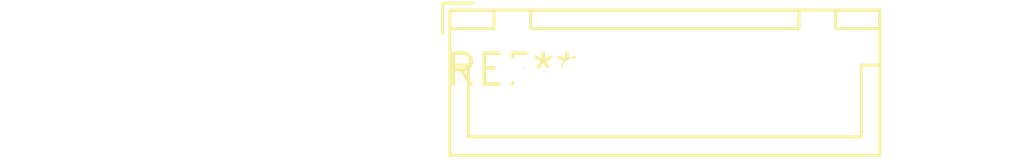
<source format=kicad_pcb>
(kicad_pcb (version 20240108) (generator pcbnew)
  (layers (0 "F.Cu" signal) (31 "B.Cu" signal) (34 "B.Paste" user) (35 "F.Paste" user) (36 "B.SilkS" user "B.Silkscreen") (37 "F.SilkS" user "F.Silkscreen") (38 "B.Mask" user) (39 "F.Mask" user) (44 "Edge.Cuts" user))
  (net 0 "")
  (footprint "JST_XH_B6B-XH-A_1x06_P2.50mm_Vertical" (layer "F.Cu") (at 0 0)
    (property "Reference" "REF**")
    (property "Value" "JST_XH_B6B-XH-A_1x06_P2.50mm_Vertical")
    (fp_line (start -2.85 -2.75) (end -2.85 -1.5) (layer "F.SilkS") (stroke (width 0.12)))
    (fp_line (start -2.56 -2.46) (end -2.56 3.51) (layer "F.SilkS") (stroke (width 0.12)))
    (fp_line (start -2.56 3.51) (end 15.06 3.51) (layer "F.SilkS") (stroke (width 0.12)))
    (fp_line (start -2.55 -2.45) (end -2.55 -1.7) (layer "F.SilkS") (stroke (width 0.12)))
    (fp_line (start -2.55 -1.7) (end -0.75 -1.7) (layer "F.SilkS") (stroke (width 0.12)))
    (fp_line (start -2.55 -0.2) (end -1.8 -0.2) (layer "F.SilkS") (stroke (width 0.12)))
    (fp_line (start -1.8 -0.2) (end -1.8 2.75) (layer "F.SilkS") (stroke (width 0.12)))
    (fp_line (start -1.8 2.75) (end 6.25 2.75) (layer "F.SilkS") (stroke (width 0.12)))
    (fp_line (start -1.6 -2.75) (end -2.85 -2.75) (layer "F.SilkS") (stroke (width 0.12)))
    (fp_line (start -0.75 -2.45) (end -2.55 -2.45) (layer "F.SilkS") (stroke (width 0.12)))
    (fp_line (start -0.75 -1.7) (end -0.75 -2.45) (layer "F.SilkS") (stroke (width 0.12)))
    (fp_line (start 0.75 -2.45) (end 0.75 -1.7) (layer "F.SilkS") (stroke (width 0.12)))
    (fp_line (start 0.75 -1.7) (end 11.75 -1.7) (layer "F.SilkS") (stroke (width 0.12)))
    (fp_line (start 11.75 -2.45) (end 0.75 -2.45) (layer "F.SilkS") (stroke (width 0.12)))
    (fp_line (start 11.75 -1.7) (end 11.75 -2.45) (layer "F.SilkS") (stroke (width 0.12)))
    (fp_line (start 13.25 -2.45) (end 13.25 -1.7) (layer "F.SilkS") (stroke (width 0.12)))
    (fp_line (start 13.25 -1.7) (end 15.05 -1.7) (layer "F.SilkS") (stroke (width 0.12)))
    (fp_line (start 14.3 -0.2) (end 14.3 2.75) (layer "F.SilkS") (stroke (width 0.12)))
    (fp_line (start 14.3 2.75) (end 6.25 2.75) (layer "F.SilkS") (stroke (width 0.12)))
    (fp_line (start 15.05 -2.45) (end 13.25 -2.45) (layer "F.SilkS") (stroke (width 0.12)))
    (fp_line (start 15.05 -1.7) (end 15.05 -2.45) (layer "F.SilkS") (stroke (width 0.12)))
    (fp_line (start 15.05 -0.2) (end 14.3 -0.2) (layer "F.SilkS") (stroke (width 0.12)))
    (fp_line (start 15.06 -2.46) (end -2.56 -2.46) (layer "F.SilkS") (stroke (width 0.12)))
    (fp_line (start 15.06 3.51) (end 15.06 -2.46) (layer "F.SilkS") (stroke (width 0.12)))
    (pad "1" thru_hole roundrect (at 0 0) (size 1.7 1.95) (drill 0.95) (layers *.Cu *.Mask) (remove_unused_layers) (roundrect_rratio 0.147059))
    (pad "2" thru_hole oval (at 2.5 0) (size 1.7 1.95) (drill 0.95) (layers *.Cu *.Mask) (remove_unused_layers))
    (pad "3" thru_hole oval (at 5 0) (size 1.7 1.95) (drill 0.95) (layers *.Cu *.Mask) (remove_unused_layers))
    (pad "4" thru_hole oval (at 7.5 0) (size 1.7 1.95) (drill 0.95) (layers *.Cu *.Mask) (remove_unused_layers))
    (pad "5" thru_hole oval (at 10 0) (size 1.7 1.95) (drill 0.95) (layers *.Cu *.Mask) (remove_unused_layers))
    (pad "6" thru_hole oval (at 12.5 0) (size 1.7 1.95) (drill 0.95) (layers *.Cu *.Mask) (remove_unused_layers))
  )
)
</source>
